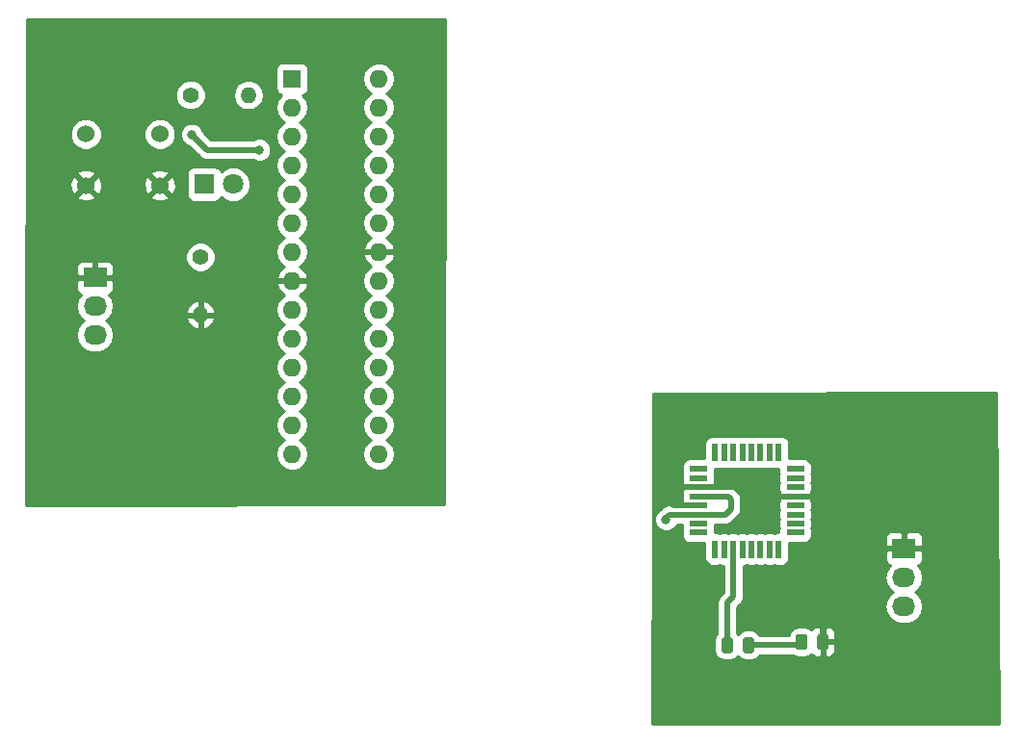
<source format=gtl>
%TF.GenerationSoftware,KiCad,Pcbnew,(5.0.0)*%
%TF.CreationDate,2018-10-04T13:43:41-06:00*%
%TF.ProjectId,contador,636F6E7461646F722E6B696361645F70,rev?*%
%TF.SameCoordinates,Original*%
%TF.FileFunction,Copper,L1,Top,Signal*%
%TF.FilePolarity,Positive*%
%FSLAX46Y46*%
G04 Gerber Fmt 4.6, Leading zero omitted, Abs format (unit mm)*
G04 Created by KiCad (PCBNEW (5.0.0)) date 10/04/18 13:43:41*
%MOMM*%
%LPD*%
G01*
G04 APERTURE LIST*
%ADD10C,0.150000*%
%ADD11C,0.975000*%
%ADD12R,1.800000X1.800000*%
%ADD13C,1.800000*%
%ADD14R,2.030000X1.730000*%
%ADD15O,2.030000X1.730000*%
%ADD16O,1.400000X1.400000*%
%ADD17C,1.400000*%
%ADD18C,1.524000*%
%ADD19R,1.600000X0.550000*%
%ADD20R,0.550000X1.600000*%
%ADD21R,1.600000X1.600000*%
%ADD22O,1.600000X1.600000*%
%ADD23C,0.800000*%
%ADD24C,0.500000*%
%ADD25C,0.254000*%
G04 APERTURE END LIST*
D10*
G36*
X171542642Y-118501174D02*
X171566303Y-118504684D01*
X171589507Y-118510496D01*
X171612029Y-118518554D01*
X171633653Y-118528782D01*
X171654170Y-118541079D01*
X171673383Y-118555329D01*
X171691107Y-118571393D01*
X171707171Y-118589117D01*
X171721421Y-118608330D01*
X171733718Y-118628847D01*
X171743946Y-118650471D01*
X171752004Y-118672993D01*
X171757816Y-118696197D01*
X171761326Y-118719858D01*
X171762500Y-118743750D01*
X171762500Y-119656250D01*
X171761326Y-119680142D01*
X171757816Y-119703803D01*
X171752004Y-119727007D01*
X171743946Y-119749529D01*
X171733718Y-119771153D01*
X171721421Y-119791670D01*
X171707171Y-119810883D01*
X171691107Y-119828607D01*
X171673383Y-119844671D01*
X171654170Y-119858921D01*
X171633653Y-119871218D01*
X171612029Y-119881446D01*
X171589507Y-119889504D01*
X171566303Y-119895316D01*
X171542642Y-119898826D01*
X171518750Y-119900000D01*
X171031250Y-119900000D01*
X171007358Y-119898826D01*
X170983697Y-119895316D01*
X170960493Y-119889504D01*
X170937971Y-119881446D01*
X170916347Y-119871218D01*
X170895830Y-119858921D01*
X170876617Y-119844671D01*
X170858893Y-119828607D01*
X170842829Y-119810883D01*
X170828579Y-119791670D01*
X170816282Y-119771153D01*
X170806054Y-119749529D01*
X170797996Y-119727007D01*
X170792184Y-119703803D01*
X170788674Y-119680142D01*
X170787500Y-119656250D01*
X170787500Y-118743750D01*
X170788674Y-118719858D01*
X170792184Y-118696197D01*
X170797996Y-118672993D01*
X170806054Y-118650471D01*
X170816282Y-118628847D01*
X170828579Y-118608330D01*
X170842829Y-118589117D01*
X170858893Y-118571393D01*
X170876617Y-118555329D01*
X170895830Y-118541079D01*
X170916347Y-118528782D01*
X170937971Y-118518554D01*
X170960493Y-118510496D01*
X170983697Y-118504684D01*
X171007358Y-118501174D01*
X171031250Y-118500000D01*
X171518750Y-118500000D01*
X171542642Y-118501174D01*
X171542642Y-118501174D01*
G37*
D11*
X171275000Y-119200000D03*
D10*
G36*
X169667642Y-118501174D02*
X169691303Y-118504684D01*
X169714507Y-118510496D01*
X169737029Y-118518554D01*
X169758653Y-118528782D01*
X169779170Y-118541079D01*
X169798383Y-118555329D01*
X169816107Y-118571393D01*
X169832171Y-118589117D01*
X169846421Y-118608330D01*
X169858718Y-118628847D01*
X169868946Y-118650471D01*
X169877004Y-118672993D01*
X169882816Y-118696197D01*
X169886326Y-118719858D01*
X169887500Y-118743750D01*
X169887500Y-119656250D01*
X169886326Y-119680142D01*
X169882816Y-119703803D01*
X169877004Y-119727007D01*
X169868946Y-119749529D01*
X169858718Y-119771153D01*
X169846421Y-119791670D01*
X169832171Y-119810883D01*
X169816107Y-119828607D01*
X169798383Y-119844671D01*
X169779170Y-119858921D01*
X169758653Y-119871218D01*
X169737029Y-119881446D01*
X169714507Y-119889504D01*
X169691303Y-119895316D01*
X169667642Y-119898826D01*
X169643750Y-119900000D01*
X169156250Y-119900000D01*
X169132358Y-119898826D01*
X169108697Y-119895316D01*
X169085493Y-119889504D01*
X169062971Y-119881446D01*
X169041347Y-119871218D01*
X169020830Y-119858921D01*
X169001617Y-119844671D01*
X168983893Y-119828607D01*
X168967829Y-119810883D01*
X168953579Y-119791670D01*
X168941282Y-119771153D01*
X168931054Y-119749529D01*
X168922996Y-119727007D01*
X168917184Y-119703803D01*
X168913674Y-119680142D01*
X168912500Y-119656250D01*
X168912500Y-118743750D01*
X168913674Y-118719858D01*
X168917184Y-118696197D01*
X168922996Y-118672993D01*
X168931054Y-118650471D01*
X168941282Y-118628847D01*
X168953579Y-118608330D01*
X168967829Y-118589117D01*
X168983893Y-118571393D01*
X169001617Y-118555329D01*
X169020830Y-118541079D01*
X169041347Y-118528782D01*
X169062971Y-118518554D01*
X169085493Y-118510496D01*
X169108697Y-118504684D01*
X169132358Y-118501174D01*
X169156250Y-118500000D01*
X169643750Y-118500000D01*
X169667642Y-118501174D01*
X169667642Y-118501174D01*
G37*
D11*
X169400000Y-119200000D03*
D12*
X116900000Y-78950000D03*
D13*
X119440000Y-78950000D03*
D14*
X107300000Y-87150000D03*
D15*
X107300000Y-89690000D03*
X107300000Y-92230000D03*
X178400000Y-116080000D03*
X178400000Y-113540000D03*
D14*
X178400000Y-111000000D03*
D10*
G36*
X165005142Y-118801174D02*
X165028803Y-118804684D01*
X165052007Y-118810496D01*
X165074529Y-118818554D01*
X165096153Y-118828782D01*
X165116670Y-118841079D01*
X165135883Y-118855329D01*
X165153607Y-118871393D01*
X165169671Y-118889117D01*
X165183921Y-118908330D01*
X165196218Y-118928847D01*
X165206446Y-118950471D01*
X165214504Y-118972993D01*
X165220316Y-118996197D01*
X165223826Y-119019858D01*
X165225000Y-119043750D01*
X165225000Y-119956250D01*
X165223826Y-119980142D01*
X165220316Y-120003803D01*
X165214504Y-120027007D01*
X165206446Y-120049529D01*
X165196218Y-120071153D01*
X165183921Y-120091670D01*
X165169671Y-120110883D01*
X165153607Y-120128607D01*
X165135883Y-120144671D01*
X165116670Y-120158921D01*
X165096153Y-120171218D01*
X165074529Y-120181446D01*
X165052007Y-120189504D01*
X165028803Y-120195316D01*
X165005142Y-120198826D01*
X164981250Y-120200000D01*
X164493750Y-120200000D01*
X164469858Y-120198826D01*
X164446197Y-120195316D01*
X164422993Y-120189504D01*
X164400471Y-120181446D01*
X164378847Y-120171218D01*
X164358330Y-120158921D01*
X164339117Y-120144671D01*
X164321393Y-120128607D01*
X164305329Y-120110883D01*
X164291079Y-120091670D01*
X164278782Y-120071153D01*
X164268554Y-120049529D01*
X164260496Y-120027007D01*
X164254684Y-120003803D01*
X164251174Y-119980142D01*
X164250000Y-119956250D01*
X164250000Y-119043750D01*
X164251174Y-119019858D01*
X164254684Y-118996197D01*
X164260496Y-118972993D01*
X164268554Y-118950471D01*
X164278782Y-118928847D01*
X164291079Y-118908330D01*
X164305329Y-118889117D01*
X164321393Y-118871393D01*
X164339117Y-118855329D01*
X164358330Y-118841079D01*
X164378847Y-118828782D01*
X164400471Y-118818554D01*
X164422993Y-118810496D01*
X164446197Y-118804684D01*
X164469858Y-118801174D01*
X164493750Y-118800000D01*
X164981250Y-118800000D01*
X165005142Y-118801174D01*
X165005142Y-118801174D01*
G37*
D11*
X164737500Y-119500000D03*
D10*
G36*
X163130142Y-118801174D02*
X163153803Y-118804684D01*
X163177007Y-118810496D01*
X163199529Y-118818554D01*
X163221153Y-118828782D01*
X163241670Y-118841079D01*
X163260883Y-118855329D01*
X163278607Y-118871393D01*
X163294671Y-118889117D01*
X163308921Y-118908330D01*
X163321218Y-118928847D01*
X163331446Y-118950471D01*
X163339504Y-118972993D01*
X163345316Y-118996197D01*
X163348826Y-119019858D01*
X163350000Y-119043750D01*
X163350000Y-119956250D01*
X163348826Y-119980142D01*
X163345316Y-120003803D01*
X163339504Y-120027007D01*
X163331446Y-120049529D01*
X163321218Y-120071153D01*
X163308921Y-120091670D01*
X163294671Y-120110883D01*
X163278607Y-120128607D01*
X163260883Y-120144671D01*
X163241670Y-120158921D01*
X163221153Y-120171218D01*
X163199529Y-120181446D01*
X163177007Y-120189504D01*
X163153803Y-120195316D01*
X163130142Y-120198826D01*
X163106250Y-120200000D01*
X162618750Y-120200000D01*
X162594858Y-120198826D01*
X162571197Y-120195316D01*
X162547993Y-120189504D01*
X162525471Y-120181446D01*
X162503847Y-120171218D01*
X162483330Y-120158921D01*
X162464117Y-120144671D01*
X162446393Y-120128607D01*
X162430329Y-120110883D01*
X162416079Y-120091670D01*
X162403782Y-120071153D01*
X162393554Y-120049529D01*
X162385496Y-120027007D01*
X162379684Y-120003803D01*
X162376174Y-119980142D01*
X162375000Y-119956250D01*
X162375000Y-119043750D01*
X162376174Y-119019858D01*
X162379684Y-118996197D01*
X162385496Y-118972993D01*
X162393554Y-118950471D01*
X162403782Y-118928847D01*
X162416079Y-118908330D01*
X162430329Y-118889117D01*
X162446393Y-118871393D01*
X162464117Y-118855329D01*
X162483330Y-118841079D01*
X162503847Y-118828782D01*
X162525471Y-118818554D01*
X162547993Y-118810496D01*
X162571197Y-118804684D01*
X162594858Y-118801174D01*
X162618750Y-118800000D01*
X163106250Y-118800000D01*
X163130142Y-118801174D01*
X163130142Y-118801174D01*
G37*
D11*
X162862500Y-119500000D03*
D16*
X116575000Y-90430000D03*
D17*
X116575000Y-85350000D03*
X115700000Y-71100000D03*
D16*
X120780000Y-71100000D03*
D18*
X113000000Y-79050000D03*
X106500000Y-79050000D03*
X106500000Y-74550000D03*
X113000000Y-74550000D03*
D19*
X160350000Y-104000000D03*
X160350000Y-104800000D03*
X160350000Y-105600000D03*
X160350000Y-106400000D03*
X160350000Y-107200000D03*
X160350000Y-108000000D03*
X160350000Y-108800000D03*
X160350000Y-109600000D03*
D20*
X161800000Y-111050000D03*
X162600000Y-111050000D03*
X163400000Y-111050000D03*
X164200000Y-111050000D03*
X165000000Y-111050000D03*
X165800000Y-111050000D03*
X166600000Y-111050000D03*
X167400000Y-111050000D03*
D19*
X168850000Y-109600000D03*
X168850000Y-108800000D03*
X168850000Y-108000000D03*
X168850000Y-107200000D03*
X168850000Y-106400000D03*
X168850000Y-105600000D03*
X168850000Y-104800000D03*
X168850000Y-104000000D03*
D20*
X167400000Y-102550000D03*
X166600000Y-102550000D03*
X165800000Y-102550000D03*
X165000000Y-102550000D03*
X164200000Y-102550000D03*
X163400000Y-102550000D03*
X162600000Y-102550000D03*
X161800000Y-102550000D03*
D21*
X124625001Y-69675001D03*
D22*
X132245001Y-102695001D03*
X124625001Y-72215001D03*
X132245001Y-100155001D03*
X124625001Y-74755001D03*
X132245001Y-97615001D03*
X124625001Y-77295001D03*
X132245001Y-95075001D03*
X124625001Y-79835001D03*
X132245001Y-92535001D03*
X124625001Y-82375001D03*
X132245001Y-89995001D03*
X124625001Y-84915001D03*
X132245001Y-87455001D03*
X124625001Y-87455001D03*
X132245001Y-84915001D03*
X124625001Y-89995001D03*
X132245001Y-82375001D03*
X124625001Y-92535001D03*
X132245001Y-79835001D03*
X124625001Y-95075001D03*
X132245001Y-77295001D03*
X124625001Y-97615001D03*
X132245001Y-74755001D03*
X124625001Y-100155001D03*
X132245001Y-72215001D03*
X124625001Y-102695001D03*
X132245001Y-69675001D03*
D23*
X172900000Y-111250000D03*
X157500000Y-108450000D03*
X121750000Y-75925000D03*
X115800000Y-74575000D03*
D24*
X172900000Y-111250000D02*
X172800000Y-111150000D01*
X172800000Y-111150000D02*
X172800000Y-107400000D01*
X171800000Y-106400000D02*
X168850000Y-106400000D01*
X172800000Y-107400000D02*
X171800000Y-106400000D01*
X168850000Y-106400000D02*
X165250000Y-106400000D01*
X164450000Y-105600000D02*
X160350000Y-105600000D01*
X165250000Y-106400000D02*
X164450000Y-105600000D01*
X160350000Y-105600000D02*
X158000000Y-105600000D01*
X158000000Y-105600000D02*
X157900000Y-105700000D01*
X157900000Y-105700000D02*
X157900000Y-107000000D01*
X158100000Y-107200000D02*
X160350000Y-107200000D01*
X157900000Y-107000000D02*
X158100000Y-107200000D01*
X171275000Y-112875000D02*
X172900000Y-111250000D01*
X171275000Y-119200000D02*
X171275000Y-112875000D01*
X169100000Y-119500000D02*
X169400000Y-119200000D01*
X164737500Y-119500000D02*
X169100000Y-119500000D01*
X157500000Y-108450000D02*
X157500000Y-108300000D01*
X157800000Y-108000000D02*
X160350000Y-108000000D01*
X157500000Y-108300000D02*
X157800000Y-108000000D01*
X160350000Y-108000000D02*
X162700000Y-108000000D01*
X162700000Y-108000000D02*
X163200000Y-107500000D01*
X163200000Y-107500000D02*
X163200000Y-106650000D01*
X162950000Y-106400000D02*
X160350000Y-106400000D01*
X163200000Y-106650000D02*
X162950000Y-106400000D01*
X162862500Y-119500000D02*
X162862500Y-115787500D01*
X163400000Y-115250000D02*
X163400000Y-111050000D01*
X162862500Y-115787500D02*
X163400000Y-115250000D01*
X121750000Y-75925000D02*
X117150000Y-75925000D01*
X117150000Y-75925000D02*
X115800000Y-74575000D01*
D25*
G36*
X186721912Y-126422791D02*
X156277434Y-126373207D01*
X156339413Y-108244126D01*
X156465000Y-108244126D01*
X156465000Y-108655874D01*
X156622569Y-109036280D01*
X156913720Y-109327431D01*
X157294126Y-109485000D01*
X157705874Y-109485000D01*
X158086280Y-109327431D01*
X158377431Y-109036280D01*
X158440093Y-108885000D01*
X158902560Y-108885000D01*
X158902560Y-109075000D01*
X158927424Y-109200000D01*
X158902560Y-109325000D01*
X158902560Y-109875000D01*
X158951843Y-110122765D01*
X159092191Y-110332809D01*
X159302235Y-110473157D01*
X159550000Y-110522440D01*
X160877560Y-110522440D01*
X160877560Y-111850000D01*
X160926843Y-112097765D01*
X161067191Y-112307809D01*
X161277235Y-112448157D01*
X161525000Y-112497440D01*
X162075000Y-112497440D01*
X162200000Y-112472576D01*
X162325000Y-112497440D01*
X162515001Y-112497440D01*
X162515000Y-114883422D01*
X162298345Y-115100077D01*
X162224452Y-115149451D01*
X162175078Y-115223344D01*
X162175076Y-115223346D01*
X162028848Y-115442191D01*
X161960163Y-115787500D01*
X161977501Y-115874665D01*
X161977500Y-118430172D01*
X161795398Y-118702706D01*
X161727560Y-119043750D01*
X161727560Y-119956250D01*
X161795398Y-120297294D01*
X161988584Y-120586416D01*
X162277706Y-120779602D01*
X162618750Y-120847440D01*
X163106250Y-120847440D01*
X163447294Y-120779602D01*
X163736416Y-120586416D01*
X163800000Y-120491256D01*
X163863584Y-120586416D01*
X164152706Y-120779602D01*
X164493750Y-120847440D01*
X164981250Y-120847440D01*
X165322294Y-120779602D01*
X165611416Y-120586416D01*
X165745998Y-120385000D01*
X168673625Y-120385000D01*
X168815206Y-120479602D01*
X169156250Y-120547440D01*
X169643750Y-120547440D01*
X169984794Y-120479602D01*
X170273916Y-120286416D01*
X170274707Y-120285233D01*
X170427802Y-120438327D01*
X170661191Y-120535000D01*
X170989250Y-120535000D01*
X171148000Y-120376250D01*
X171148000Y-119327000D01*
X171402000Y-119327000D01*
X171402000Y-120376250D01*
X171560750Y-120535000D01*
X171888809Y-120535000D01*
X172122198Y-120438327D01*
X172300827Y-120259699D01*
X172397500Y-120026310D01*
X172397500Y-119485750D01*
X172238750Y-119327000D01*
X171402000Y-119327000D01*
X171148000Y-119327000D01*
X171128000Y-119327000D01*
X171128000Y-119073000D01*
X171148000Y-119073000D01*
X171148000Y-118023750D01*
X171402000Y-118023750D01*
X171402000Y-119073000D01*
X172238750Y-119073000D01*
X172397500Y-118914250D01*
X172397500Y-118373690D01*
X172300827Y-118140301D01*
X172122198Y-117961673D01*
X171888809Y-117865000D01*
X171560750Y-117865000D01*
X171402000Y-118023750D01*
X171148000Y-118023750D01*
X170989250Y-117865000D01*
X170661191Y-117865000D01*
X170427802Y-117961673D01*
X170274707Y-118114767D01*
X170273916Y-118113584D01*
X169984794Y-117920398D01*
X169643750Y-117852560D01*
X169156250Y-117852560D01*
X168815206Y-117920398D01*
X168526084Y-118113584D01*
X168332898Y-118402706D01*
X168290670Y-118615000D01*
X165745998Y-118615000D01*
X165611416Y-118413584D01*
X165322294Y-118220398D01*
X164981250Y-118152560D01*
X164493750Y-118152560D01*
X164152706Y-118220398D01*
X163863584Y-118413584D01*
X163800000Y-118508744D01*
X163747500Y-118430172D01*
X163747500Y-116154078D01*
X163964154Y-115937424D01*
X164038049Y-115888049D01*
X164233652Y-115595310D01*
X164285000Y-115337165D01*
X164285000Y-115337161D01*
X164302337Y-115250000D01*
X164285000Y-115162839D01*
X164285000Y-113540000D01*
X176720614Y-113540000D01*
X176837032Y-114125271D01*
X177168561Y-114621439D01*
X177450762Y-114810000D01*
X177168561Y-114998561D01*
X176837032Y-115494729D01*
X176720614Y-116080000D01*
X176837032Y-116665271D01*
X177168561Y-117161439D01*
X177664729Y-117492968D01*
X178102267Y-117580000D01*
X178697733Y-117580000D01*
X179135271Y-117492968D01*
X179631439Y-117161439D01*
X179962968Y-116665271D01*
X180079386Y-116080000D01*
X179962968Y-115494729D01*
X179631439Y-114998561D01*
X179349238Y-114810000D01*
X179631439Y-114621439D01*
X179962968Y-114125271D01*
X180079386Y-113540000D01*
X179962968Y-112954729D01*
X179633588Y-112461777D01*
X179774698Y-112403327D01*
X179953327Y-112224699D01*
X180050000Y-111991310D01*
X180050000Y-111285750D01*
X179891250Y-111127000D01*
X178527000Y-111127000D01*
X178527000Y-111147000D01*
X178273000Y-111147000D01*
X178273000Y-111127000D01*
X176908750Y-111127000D01*
X176750000Y-111285750D01*
X176750000Y-111991310D01*
X176846673Y-112224699D01*
X177025302Y-112403327D01*
X177166412Y-112461777D01*
X176837032Y-112954729D01*
X176720614Y-113540000D01*
X164285000Y-113540000D01*
X164285000Y-112497440D01*
X164475000Y-112497440D01*
X164600000Y-112472576D01*
X164725000Y-112497440D01*
X165275000Y-112497440D01*
X165400000Y-112472576D01*
X165525000Y-112497440D01*
X166075000Y-112497440D01*
X166200000Y-112472576D01*
X166325000Y-112497440D01*
X166875000Y-112497440D01*
X167000000Y-112472576D01*
X167125000Y-112497440D01*
X167675000Y-112497440D01*
X167922765Y-112448157D01*
X168132809Y-112307809D01*
X168273157Y-112097765D01*
X168322440Y-111850000D01*
X168322440Y-110522440D01*
X169650000Y-110522440D01*
X169897765Y-110473157D01*
X170107809Y-110332809D01*
X170248157Y-110122765D01*
X170270847Y-110008690D01*
X176750000Y-110008690D01*
X176750000Y-110714250D01*
X176908750Y-110873000D01*
X178273000Y-110873000D01*
X178273000Y-109658750D01*
X178527000Y-109658750D01*
X178527000Y-110873000D01*
X179891250Y-110873000D01*
X180050000Y-110714250D01*
X180050000Y-110008690D01*
X179953327Y-109775301D01*
X179774698Y-109596673D01*
X179541309Y-109500000D01*
X178685750Y-109500000D01*
X178527000Y-109658750D01*
X178273000Y-109658750D01*
X178114250Y-109500000D01*
X177258691Y-109500000D01*
X177025302Y-109596673D01*
X176846673Y-109775301D01*
X176750000Y-110008690D01*
X170270847Y-110008690D01*
X170297440Y-109875000D01*
X170297440Y-109325000D01*
X170272576Y-109200000D01*
X170297440Y-109075000D01*
X170297440Y-108525000D01*
X170272576Y-108400000D01*
X170297440Y-108275000D01*
X170297440Y-107725000D01*
X170272576Y-107600000D01*
X170297440Y-107475000D01*
X170297440Y-106925000D01*
X170276783Y-106821148D01*
X170285000Y-106801310D01*
X170285000Y-106685750D01*
X170191112Y-106591862D01*
X170107809Y-106467191D01*
X170007251Y-106400000D01*
X170107809Y-106332809D01*
X170191112Y-106208138D01*
X170285000Y-106114250D01*
X170285000Y-105998690D01*
X170276783Y-105978852D01*
X170297440Y-105875000D01*
X170297440Y-105325000D01*
X170272576Y-105200000D01*
X170297440Y-105075000D01*
X170297440Y-104525000D01*
X170272576Y-104400000D01*
X170297440Y-104275000D01*
X170297440Y-103725000D01*
X170248157Y-103477235D01*
X170107809Y-103267191D01*
X169897765Y-103126843D01*
X169650000Y-103077560D01*
X168322440Y-103077560D01*
X168322440Y-101750000D01*
X168273157Y-101502235D01*
X168132809Y-101292191D01*
X167922765Y-101151843D01*
X167675000Y-101102560D01*
X167125000Y-101102560D01*
X167000000Y-101127424D01*
X166875000Y-101102560D01*
X166325000Y-101102560D01*
X166200000Y-101127424D01*
X166075000Y-101102560D01*
X165525000Y-101102560D01*
X165400000Y-101127424D01*
X165275000Y-101102560D01*
X164725000Y-101102560D01*
X164600000Y-101127424D01*
X164475000Y-101102560D01*
X163925000Y-101102560D01*
X163800000Y-101127424D01*
X163675000Y-101102560D01*
X163125000Y-101102560D01*
X163000000Y-101127424D01*
X162875000Y-101102560D01*
X162325000Y-101102560D01*
X162200000Y-101127424D01*
X162075000Y-101102560D01*
X161525000Y-101102560D01*
X161277235Y-101151843D01*
X161067191Y-101292191D01*
X160926843Y-101502235D01*
X160877560Y-101750000D01*
X160877560Y-103077560D01*
X159550000Y-103077560D01*
X159302235Y-103126843D01*
X159092191Y-103267191D01*
X158951843Y-103477235D01*
X158902560Y-103725000D01*
X158902560Y-104275000D01*
X158927424Y-104400000D01*
X158902560Y-104525000D01*
X158902560Y-105075000D01*
X158923217Y-105178852D01*
X158915000Y-105198690D01*
X158915000Y-105314250D01*
X159008888Y-105408138D01*
X159092191Y-105532809D01*
X159192749Y-105600000D01*
X159092191Y-105667191D01*
X159008888Y-105791862D01*
X158915000Y-105885750D01*
X158915000Y-106001310D01*
X158923217Y-106021148D01*
X158902560Y-106125000D01*
X158902560Y-106675000D01*
X158923217Y-106778852D01*
X158915000Y-106798690D01*
X158915000Y-106914250D01*
X159008888Y-107008138D01*
X159052226Y-107072998D01*
X158915000Y-107072998D01*
X158915000Y-107115000D01*
X157887159Y-107115000D01*
X157799999Y-107097663D01*
X157712840Y-107115000D01*
X157712835Y-107115000D01*
X157454690Y-107166348D01*
X157161951Y-107361951D01*
X157112576Y-107435846D01*
X157019788Y-107528634D01*
X156913720Y-107572569D01*
X156622569Y-107863720D01*
X156465000Y-108244126D01*
X156339413Y-108244126D01*
X156376567Y-97376792D01*
X186474079Y-97327208D01*
X186721912Y-126422791D01*
X186721912Y-126422791D01*
G37*
X186721912Y-126422791D02*
X156277434Y-126373207D01*
X156339413Y-108244126D01*
X156465000Y-108244126D01*
X156465000Y-108655874D01*
X156622569Y-109036280D01*
X156913720Y-109327431D01*
X157294126Y-109485000D01*
X157705874Y-109485000D01*
X158086280Y-109327431D01*
X158377431Y-109036280D01*
X158440093Y-108885000D01*
X158902560Y-108885000D01*
X158902560Y-109075000D01*
X158927424Y-109200000D01*
X158902560Y-109325000D01*
X158902560Y-109875000D01*
X158951843Y-110122765D01*
X159092191Y-110332809D01*
X159302235Y-110473157D01*
X159550000Y-110522440D01*
X160877560Y-110522440D01*
X160877560Y-111850000D01*
X160926843Y-112097765D01*
X161067191Y-112307809D01*
X161277235Y-112448157D01*
X161525000Y-112497440D01*
X162075000Y-112497440D01*
X162200000Y-112472576D01*
X162325000Y-112497440D01*
X162515001Y-112497440D01*
X162515000Y-114883422D01*
X162298345Y-115100077D01*
X162224452Y-115149451D01*
X162175078Y-115223344D01*
X162175076Y-115223346D01*
X162028848Y-115442191D01*
X161960163Y-115787500D01*
X161977501Y-115874665D01*
X161977500Y-118430172D01*
X161795398Y-118702706D01*
X161727560Y-119043750D01*
X161727560Y-119956250D01*
X161795398Y-120297294D01*
X161988584Y-120586416D01*
X162277706Y-120779602D01*
X162618750Y-120847440D01*
X163106250Y-120847440D01*
X163447294Y-120779602D01*
X163736416Y-120586416D01*
X163800000Y-120491256D01*
X163863584Y-120586416D01*
X164152706Y-120779602D01*
X164493750Y-120847440D01*
X164981250Y-120847440D01*
X165322294Y-120779602D01*
X165611416Y-120586416D01*
X165745998Y-120385000D01*
X168673625Y-120385000D01*
X168815206Y-120479602D01*
X169156250Y-120547440D01*
X169643750Y-120547440D01*
X169984794Y-120479602D01*
X170273916Y-120286416D01*
X170274707Y-120285233D01*
X170427802Y-120438327D01*
X170661191Y-120535000D01*
X170989250Y-120535000D01*
X171148000Y-120376250D01*
X171148000Y-119327000D01*
X171402000Y-119327000D01*
X171402000Y-120376250D01*
X171560750Y-120535000D01*
X171888809Y-120535000D01*
X172122198Y-120438327D01*
X172300827Y-120259699D01*
X172397500Y-120026310D01*
X172397500Y-119485750D01*
X172238750Y-119327000D01*
X171402000Y-119327000D01*
X171148000Y-119327000D01*
X171128000Y-119327000D01*
X171128000Y-119073000D01*
X171148000Y-119073000D01*
X171148000Y-118023750D01*
X171402000Y-118023750D01*
X171402000Y-119073000D01*
X172238750Y-119073000D01*
X172397500Y-118914250D01*
X172397500Y-118373690D01*
X172300827Y-118140301D01*
X172122198Y-117961673D01*
X171888809Y-117865000D01*
X171560750Y-117865000D01*
X171402000Y-118023750D01*
X171148000Y-118023750D01*
X170989250Y-117865000D01*
X170661191Y-117865000D01*
X170427802Y-117961673D01*
X170274707Y-118114767D01*
X170273916Y-118113584D01*
X169984794Y-117920398D01*
X169643750Y-117852560D01*
X169156250Y-117852560D01*
X168815206Y-117920398D01*
X168526084Y-118113584D01*
X168332898Y-118402706D01*
X168290670Y-118615000D01*
X165745998Y-118615000D01*
X165611416Y-118413584D01*
X165322294Y-118220398D01*
X164981250Y-118152560D01*
X164493750Y-118152560D01*
X164152706Y-118220398D01*
X163863584Y-118413584D01*
X163800000Y-118508744D01*
X163747500Y-118430172D01*
X163747500Y-116154078D01*
X163964154Y-115937424D01*
X164038049Y-115888049D01*
X164233652Y-115595310D01*
X164285000Y-115337165D01*
X164285000Y-115337161D01*
X164302337Y-115250000D01*
X164285000Y-115162839D01*
X164285000Y-113540000D01*
X176720614Y-113540000D01*
X176837032Y-114125271D01*
X177168561Y-114621439D01*
X177450762Y-114810000D01*
X177168561Y-114998561D01*
X176837032Y-115494729D01*
X176720614Y-116080000D01*
X176837032Y-116665271D01*
X177168561Y-117161439D01*
X177664729Y-117492968D01*
X178102267Y-117580000D01*
X178697733Y-117580000D01*
X179135271Y-117492968D01*
X179631439Y-117161439D01*
X179962968Y-116665271D01*
X180079386Y-116080000D01*
X179962968Y-115494729D01*
X179631439Y-114998561D01*
X179349238Y-114810000D01*
X179631439Y-114621439D01*
X179962968Y-114125271D01*
X180079386Y-113540000D01*
X179962968Y-112954729D01*
X179633588Y-112461777D01*
X179774698Y-112403327D01*
X179953327Y-112224699D01*
X180050000Y-111991310D01*
X180050000Y-111285750D01*
X179891250Y-111127000D01*
X178527000Y-111127000D01*
X178527000Y-111147000D01*
X178273000Y-111147000D01*
X178273000Y-111127000D01*
X176908750Y-111127000D01*
X176750000Y-111285750D01*
X176750000Y-111991310D01*
X176846673Y-112224699D01*
X177025302Y-112403327D01*
X177166412Y-112461777D01*
X176837032Y-112954729D01*
X176720614Y-113540000D01*
X164285000Y-113540000D01*
X164285000Y-112497440D01*
X164475000Y-112497440D01*
X164600000Y-112472576D01*
X164725000Y-112497440D01*
X165275000Y-112497440D01*
X165400000Y-112472576D01*
X165525000Y-112497440D01*
X166075000Y-112497440D01*
X166200000Y-112472576D01*
X166325000Y-112497440D01*
X166875000Y-112497440D01*
X167000000Y-112472576D01*
X167125000Y-112497440D01*
X167675000Y-112497440D01*
X167922765Y-112448157D01*
X168132809Y-112307809D01*
X168273157Y-112097765D01*
X168322440Y-111850000D01*
X168322440Y-110522440D01*
X169650000Y-110522440D01*
X169897765Y-110473157D01*
X170107809Y-110332809D01*
X170248157Y-110122765D01*
X170270847Y-110008690D01*
X176750000Y-110008690D01*
X176750000Y-110714250D01*
X176908750Y-110873000D01*
X178273000Y-110873000D01*
X178273000Y-109658750D01*
X178527000Y-109658750D01*
X178527000Y-110873000D01*
X179891250Y-110873000D01*
X180050000Y-110714250D01*
X180050000Y-110008690D01*
X179953327Y-109775301D01*
X179774698Y-109596673D01*
X179541309Y-109500000D01*
X178685750Y-109500000D01*
X178527000Y-109658750D01*
X178273000Y-109658750D01*
X178114250Y-109500000D01*
X177258691Y-109500000D01*
X177025302Y-109596673D01*
X176846673Y-109775301D01*
X176750000Y-110008690D01*
X170270847Y-110008690D01*
X170297440Y-109875000D01*
X170297440Y-109325000D01*
X170272576Y-109200000D01*
X170297440Y-109075000D01*
X170297440Y-108525000D01*
X170272576Y-108400000D01*
X170297440Y-108275000D01*
X170297440Y-107725000D01*
X170272576Y-107600000D01*
X170297440Y-107475000D01*
X170297440Y-106925000D01*
X170276783Y-106821148D01*
X170285000Y-106801310D01*
X170285000Y-106685750D01*
X170191112Y-106591862D01*
X170107809Y-106467191D01*
X170007251Y-106400000D01*
X170107809Y-106332809D01*
X170191112Y-106208138D01*
X170285000Y-106114250D01*
X170285000Y-105998690D01*
X170276783Y-105978852D01*
X170297440Y-105875000D01*
X170297440Y-105325000D01*
X170272576Y-105200000D01*
X170297440Y-105075000D01*
X170297440Y-104525000D01*
X170272576Y-104400000D01*
X170297440Y-104275000D01*
X170297440Y-103725000D01*
X170248157Y-103477235D01*
X170107809Y-103267191D01*
X169897765Y-103126843D01*
X169650000Y-103077560D01*
X168322440Y-103077560D01*
X168322440Y-101750000D01*
X168273157Y-101502235D01*
X168132809Y-101292191D01*
X167922765Y-101151843D01*
X167675000Y-101102560D01*
X167125000Y-101102560D01*
X167000000Y-101127424D01*
X166875000Y-101102560D01*
X166325000Y-101102560D01*
X166200000Y-101127424D01*
X166075000Y-101102560D01*
X165525000Y-101102560D01*
X165400000Y-101127424D01*
X165275000Y-101102560D01*
X164725000Y-101102560D01*
X164600000Y-101127424D01*
X164475000Y-101102560D01*
X163925000Y-101102560D01*
X163800000Y-101127424D01*
X163675000Y-101102560D01*
X163125000Y-101102560D01*
X163000000Y-101127424D01*
X162875000Y-101102560D01*
X162325000Y-101102560D01*
X162200000Y-101127424D01*
X162075000Y-101102560D01*
X161525000Y-101102560D01*
X161277235Y-101151843D01*
X161067191Y-101292191D01*
X160926843Y-101502235D01*
X160877560Y-101750000D01*
X160877560Y-103077560D01*
X159550000Y-103077560D01*
X159302235Y-103126843D01*
X159092191Y-103267191D01*
X158951843Y-103477235D01*
X158902560Y-103725000D01*
X158902560Y-104275000D01*
X158927424Y-104400000D01*
X158902560Y-104525000D01*
X158902560Y-105075000D01*
X158923217Y-105178852D01*
X158915000Y-105198690D01*
X158915000Y-105314250D01*
X159008888Y-105408138D01*
X159092191Y-105532809D01*
X159192749Y-105600000D01*
X159092191Y-105667191D01*
X159008888Y-105791862D01*
X158915000Y-105885750D01*
X158915000Y-106001310D01*
X158923217Y-106021148D01*
X158902560Y-106125000D01*
X158902560Y-106675000D01*
X158923217Y-106778852D01*
X158915000Y-106798690D01*
X158915000Y-106914250D01*
X159008888Y-107008138D01*
X159052226Y-107072998D01*
X158915000Y-107072998D01*
X158915000Y-107115000D01*
X157887159Y-107115000D01*
X157799999Y-107097663D01*
X157712840Y-107115000D01*
X157712835Y-107115000D01*
X157454690Y-107166348D01*
X157161951Y-107361951D01*
X157112576Y-107435846D01*
X157019788Y-107528634D01*
X156913720Y-107572569D01*
X156622569Y-107863720D01*
X156465000Y-108244126D01*
X156339413Y-108244126D01*
X156376567Y-97376792D01*
X186474079Y-97327208D01*
X186721912Y-126422791D01*
G36*
X167125000Y-103997440D02*
X167402560Y-103997440D01*
X167402560Y-104275000D01*
X167427424Y-104400000D01*
X167402560Y-104525000D01*
X167402560Y-105075000D01*
X167427424Y-105200000D01*
X167402560Y-105325000D01*
X167402560Y-105875000D01*
X167423217Y-105978852D01*
X167415000Y-105998690D01*
X167415000Y-106114250D01*
X167508888Y-106208138D01*
X167592191Y-106332809D01*
X167692749Y-106400000D01*
X167592191Y-106467191D01*
X167508888Y-106591862D01*
X167415000Y-106685750D01*
X167415000Y-106801310D01*
X167423217Y-106821148D01*
X167402560Y-106925000D01*
X167402560Y-107475000D01*
X167427424Y-107600000D01*
X167402560Y-107725000D01*
X167402560Y-108275000D01*
X167427424Y-108400000D01*
X167402560Y-108525000D01*
X167402560Y-109075000D01*
X167427424Y-109200000D01*
X167402560Y-109325000D01*
X167402560Y-109602560D01*
X167125000Y-109602560D01*
X167000000Y-109627424D01*
X166875000Y-109602560D01*
X166325000Y-109602560D01*
X166200000Y-109627424D01*
X166075000Y-109602560D01*
X165525000Y-109602560D01*
X165400000Y-109627424D01*
X165275000Y-109602560D01*
X164725000Y-109602560D01*
X164600000Y-109627424D01*
X164475000Y-109602560D01*
X163925000Y-109602560D01*
X163800000Y-109627424D01*
X163675000Y-109602560D01*
X163125000Y-109602560D01*
X163000000Y-109627424D01*
X162875000Y-109602560D01*
X162325000Y-109602560D01*
X162200000Y-109627424D01*
X162075000Y-109602560D01*
X161797440Y-109602560D01*
X161797440Y-109325000D01*
X161772576Y-109200000D01*
X161797440Y-109075000D01*
X161797440Y-108885000D01*
X162612839Y-108885000D01*
X162700000Y-108902337D01*
X162787161Y-108885000D01*
X162787165Y-108885000D01*
X163045310Y-108833652D01*
X163338049Y-108638049D01*
X163387425Y-108564153D01*
X163764154Y-108187424D01*
X163838049Y-108138049D01*
X164033652Y-107845310D01*
X164085000Y-107587165D01*
X164085000Y-107587161D01*
X164102337Y-107500000D01*
X164085000Y-107412839D01*
X164085000Y-106737159D01*
X164102337Y-106649999D01*
X164085000Y-106562840D01*
X164085000Y-106562835D01*
X164033652Y-106304690D01*
X163838049Y-106011951D01*
X163764153Y-105962575D01*
X163637425Y-105835847D01*
X163588049Y-105761951D01*
X163295310Y-105566348D01*
X163037165Y-105515000D01*
X163037161Y-105515000D01*
X162950000Y-105497663D01*
X162862839Y-105515000D01*
X161785000Y-105515000D01*
X161785000Y-105472998D01*
X161647774Y-105472998D01*
X161691112Y-105408138D01*
X161785000Y-105314250D01*
X161785000Y-105198690D01*
X161776783Y-105178852D01*
X161797440Y-105075000D01*
X161797440Y-104525000D01*
X161772576Y-104400000D01*
X161797440Y-104275000D01*
X161797440Y-103997440D01*
X162075000Y-103997440D01*
X162200000Y-103972576D01*
X162325000Y-103997440D01*
X162875000Y-103997440D01*
X163000000Y-103972576D01*
X163125000Y-103997440D01*
X163675000Y-103997440D01*
X163800000Y-103972576D01*
X163925000Y-103997440D01*
X164475000Y-103997440D01*
X164600000Y-103972576D01*
X164725000Y-103997440D01*
X165275000Y-103997440D01*
X165400000Y-103972576D01*
X165525000Y-103997440D01*
X166075000Y-103997440D01*
X166200000Y-103972576D01*
X166325000Y-103997440D01*
X166875000Y-103997440D01*
X167000000Y-103972576D01*
X167125000Y-103997440D01*
X167125000Y-103997440D01*
G37*
X167125000Y-103997440D02*
X167402560Y-103997440D01*
X167402560Y-104275000D01*
X167427424Y-104400000D01*
X167402560Y-104525000D01*
X167402560Y-105075000D01*
X167427424Y-105200000D01*
X167402560Y-105325000D01*
X167402560Y-105875000D01*
X167423217Y-105978852D01*
X167415000Y-105998690D01*
X167415000Y-106114250D01*
X167508888Y-106208138D01*
X167592191Y-106332809D01*
X167692749Y-106400000D01*
X167592191Y-106467191D01*
X167508888Y-106591862D01*
X167415000Y-106685750D01*
X167415000Y-106801310D01*
X167423217Y-106821148D01*
X167402560Y-106925000D01*
X167402560Y-107475000D01*
X167427424Y-107600000D01*
X167402560Y-107725000D01*
X167402560Y-108275000D01*
X167427424Y-108400000D01*
X167402560Y-108525000D01*
X167402560Y-109075000D01*
X167427424Y-109200000D01*
X167402560Y-109325000D01*
X167402560Y-109602560D01*
X167125000Y-109602560D01*
X167000000Y-109627424D01*
X166875000Y-109602560D01*
X166325000Y-109602560D01*
X166200000Y-109627424D01*
X166075000Y-109602560D01*
X165525000Y-109602560D01*
X165400000Y-109627424D01*
X165275000Y-109602560D01*
X164725000Y-109602560D01*
X164600000Y-109627424D01*
X164475000Y-109602560D01*
X163925000Y-109602560D01*
X163800000Y-109627424D01*
X163675000Y-109602560D01*
X163125000Y-109602560D01*
X163000000Y-109627424D01*
X162875000Y-109602560D01*
X162325000Y-109602560D01*
X162200000Y-109627424D01*
X162075000Y-109602560D01*
X161797440Y-109602560D01*
X161797440Y-109325000D01*
X161772576Y-109200000D01*
X161797440Y-109075000D01*
X161797440Y-108885000D01*
X162612839Y-108885000D01*
X162700000Y-108902337D01*
X162787161Y-108885000D01*
X162787165Y-108885000D01*
X163045310Y-108833652D01*
X163338049Y-108638049D01*
X163387425Y-108564153D01*
X163764154Y-108187424D01*
X163838049Y-108138049D01*
X164033652Y-107845310D01*
X164085000Y-107587165D01*
X164085000Y-107587161D01*
X164102337Y-107500000D01*
X164085000Y-107412839D01*
X164085000Y-106737159D01*
X164102337Y-106649999D01*
X164085000Y-106562840D01*
X164085000Y-106562835D01*
X164033652Y-106304690D01*
X163838049Y-106011951D01*
X163764153Y-105962575D01*
X163637425Y-105835847D01*
X163588049Y-105761951D01*
X163295310Y-105566348D01*
X163037165Y-105515000D01*
X163037161Y-105515000D01*
X162950000Y-105497663D01*
X162862839Y-105515000D01*
X161785000Y-105515000D01*
X161785000Y-105472998D01*
X161647774Y-105472998D01*
X161691112Y-105408138D01*
X161785000Y-105314250D01*
X161785000Y-105198690D01*
X161776783Y-105178852D01*
X161797440Y-105075000D01*
X161797440Y-104525000D01*
X161772576Y-104400000D01*
X161797440Y-104275000D01*
X161797440Y-103997440D01*
X162075000Y-103997440D01*
X162200000Y-103972576D01*
X162325000Y-103997440D01*
X162875000Y-103997440D01*
X163000000Y-103972576D01*
X163125000Y-103997440D01*
X163675000Y-103997440D01*
X163800000Y-103972576D01*
X163925000Y-103997440D01*
X164475000Y-103997440D01*
X164600000Y-103972576D01*
X164725000Y-103997440D01*
X165275000Y-103997440D01*
X165400000Y-103972576D01*
X165525000Y-103997440D01*
X166075000Y-103997440D01*
X166200000Y-103972576D01*
X166325000Y-103997440D01*
X166875000Y-103997440D01*
X167000000Y-103972576D01*
X167125000Y-103997440D01*
G36*
X137973294Y-107148171D02*
X101227297Y-107197828D01*
X101268036Y-89690000D01*
X105620614Y-89690000D01*
X105737032Y-90275271D01*
X106068561Y-90771439D01*
X106350762Y-90960000D01*
X106068561Y-91148561D01*
X105737032Y-91644729D01*
X105620614Y-92230000D01*
X105737032Y-92815271D01*
X106068561Y-93311439D01*
X106564729Y-93642968D01*
X107002267Y-93730000D01*
X107597733Y-93730000D01*
X108035271Y-93642968D01*
X108531439Y-93311439D01*
X108862968Y-92815271D01*
X108979386Y-92230000D01*
X108862968Y-91644729D01*
X108531439Y-91148561D01*
X108249238Y-90960000D01*
X108531439Y-90771439D01*
X108536856Y-90763331D01*
X115282273Y-90763331D01*
X115508236Y-91232663D01*
X115896604Y-91579797D01*
X116241671Y-91722716D01*
X116448000Y-91599374D01*
X116448000Y-90557000D01*
X116702000Y-90557000D01*
X116702000Y-91599374D01*
X116908329Y-91722716D01*
X117253396Y-91579797D01*
X117641764Y-91232663D01*
X117867727Y-90763331D01*
X117745206Y-90557000D01*
X116702000Y-90557000D01*
X116448000Y-90557000D01*
X115404794Y-90557000D01*
X115282273Y-90763331D01*
X108536856Y-90763331D01*
X108862968Y-90275271D01*
X108898494Y-90096669D01*
X115282273Y-90096669D01*
X115404794Y-90303000D01*
X116448000Y-90303000D01*
X116448000Y-89260626D01*
X116702000Y-89260626D01*
X116702000Y-90303000D01*
X117745206Y-90303000D01*
X117867727Y-90096669D01*
X117818779Y-89995001D01*
X123161888Y-89995001D01*
X123273261Y-90554910D01*
X123590424Y-91029578D01*
X123942759Y-91265001D01*
X123590424Y-91500424D01*
X123273261Y-91975092D01*
X123161888Y-92535001D01*
X123273261Y-93094910D01*
X123590424Y-93569578D01*
X123942759Y-93805001D01*
X123590424Y-94040424D01*
X123273261Y-94515092D01*
X123161888Y-95075001D01*
X123273261Y-95634910D01*
X123590424Y-96109578D01*
X123942759Y-96345001D01*
X123590424Y-96580424D01*
X123273261Y-97055092D01*
X123161888Y-97615001D01*
X123273261Y-98174910D01*
X123590424Y-98649578D01*
X123942759Y-98885001D01*
X123590424Y-99120424D01*
X123273261Y-99595092D01*
X123161888Y-100155001D01*
X123273261Y-100714910D01*
X123590424Y-101189578D01*
X123942759Y-101425001D01*
X123590424Y-101660424D01*
X123273261Y-102135092D01*
X123161888Y-102695001D01*
X123273261Y-103254910D01*
X123590424Y-103729578D01*
X124065092Y-104046741D01*
X124483668Y-104130001D01*
X124766334Y-104130001D01*
X125184910Y-104046741D01*
X125659578Y-103729578D01*
X125976741Y-103254910D01*
X126088114Y-102695001D01*
X125976741Y-102135092D01*
X125659578Y-101660424D01*
X125307243Y-101425001D01*
X125659578Y-101189578D01*
X125976741Y-100714910D01*
X126088114Y-100155001D01*
X125976741Y-99595092D01*
X125659578Y-99120424D01*
X125307243Y-98885001D01*
X125659578Y-98649578D01*
X125976741Y-98174910D01*
X126088114Y-97615001D01*
X125976741Y-97055092D01*
X125659578Y-96580424D01*
X125307243Y-96345001D01*
X125659578Y-96109578D01*
X125976741Y-95634910D01*
X126088114Y-95075001D01*
X125976741Y-94515092D01*
X125659578Y-94040424D01*
X125307243Y-93805001D01*
X125659578Y-93569578D01*
X125976741Y-93094910D01*
X126088114Y-92535001D01*
X125976741Y-91975092D01*
X125659578Y-91500424D01*
X125307243Y-91265001D01*
X125659578Y-91029578D01*
X125976741Y-90554910D01*
X126088114Y-89995001D01*
X125976741Y-89435092D01*
X125659578Y-88960424D01*
X125275893Y-88704054D01*
X125480135Y-88607390D01*
X125856042Y-88192424D01*
X126016905Y-87804040D01*
X125894916Y-87582001D01*
X124752001Y-87582001D01*
X124752001Y-87602001D01*
X124498001Y-87602001D01*
X124498001Y-87582001D01*
X123355086Y-87582001D01*
X123233097Y-87804040D01*
X123393960Y-88192424D01*
X123769867Y-88607390D01*
X123974109Y-88704054D01*
X123590424Y-88960424D01*
X123273261Y-89435092D01*
X123161888Y-89995001D01*
X117818779Y-89995001D01*
X117641764Y-89627337D01*
X117253396Y-89280203D01*
X116908329Y-89137284D01*
X116702000Y-89260626D01*
X116448000Y-89260626D01*
X116241671Y-89137284D01*
X115896604Y-89280203D01*
X115508236Y-89627337D01*
X115282273Y-90096669D01*
X108898494Y-90096669D01*
X108979386Y-89690000D01*
X108862968Y-89104729D01*
X108533588Y-88611777D01*
X108674698Y-88553327D01*
X108853327Y-88374699D01*
X108950000Y-88141310D01*
X108950000Y-87455001D01*
X130781888Y-87455001D01*
X130893261Y-88014910D01*
X131210424Y-88489578D01*
X131562759Y-88725001D01*
X131210424Y-88960424D01*
X130893261Y-89435092D01*
X130781888Y-89995001D01*
X130893261Y-90554910D01*
X131210424Y-91029578D01*
X131562759Y-91265001D01*
X131210424Y-91500424D01*
X130893261Y-91975092D01*
X130781888Y-92535001D01*
X130893261Y-93094910D01*
X131210424Y-93569578D01*
X131562759Y-93805001D01*
X131210424Y-94040424D01*
X130893261Y-94515092D01*
X130781888Y-95075001D01*
X130893261Y-95634910D01*
X131210424Y-96109578D01*
X131562759Y-96345001D01*
X131210424Y-96580424D01*
X130893261Y-97055092D01*
X130781888Y-97615001D01*
X130893261Y-98174910D01*
X131210424Y-98649578D01*
X131562759Y-98885001D01*
X131210424Y-99120424D01*
X130893261Y-99595092D01*
X130781888Y-100155001D01*
X130893261Y-100714910D01*
X131210424Y-101189578D01*
X131562759Y-101425001D01*
X131210424Y-101660424D01*
X130893261Y-102135092D01*
X130781888Y-102695001D01*
X130893261Y-103254910D01*
X131210424Y-103729578D01*
X131685092Y-104046741D01*
X132103668Y-104130001D01*
X132386334Y-104130001D01*
X132804910Y-104046741D01*
X133279578Y-103729578D01*
X133596741Y-103254910D01*
X133708114Y-102695001D01*
X133596741Y-102135092D01*
X133279578Y-101660424D01*
X132927243Y-101425001D01*
X133279578Y-101189578D01*
X133596741Y-100714910D01*
X133708114Y-100155001D01*
X133596741Y-99595092D01*
X133279578Y-99120424D01*
X132927243Y-98885001D01*
X133279578Y-98649578D01*
X133596741Y-98174910D01*
X133708114Y-97615001D01*
X133596741Y-97055092D01*
X133279578Y-96580424D01*
X132927243Y-96345001D01*
X133279578Y-96109578D01*
X133596741Y-95634910D01*
X133708114Y-95075001D01*
X133596741Y-94515092D01*
X133279578Y-94040424D01*
X132927243Y-93805001D01*
X133279578Y-93569578D01*
X133596741Y-93094910D01*
X133708114Y-92535001D01*
X133596741Y-91975092D01*
X133279578Y-91500424D01*
X132927243Y-91265001D01*
X133279578Y-91029578D01*
X133596741Y-90554910D01*
X133708114Y-89995001D01*
X133596741Y-89435092D01*
X133279578Y-88960424D01*
X132927243Y-88725001D01*
X133279578Y-88489578D01*
X133596741Y-88014910D01*
X133708114Y-87455001D01*
X133596741Y-86895092D01*
X133279578Y-86420424D01*
X132895893Y-86164054D01*
X133100135Y-86067390D01*
X133476042Y-85652424D01*
X133636905Y-85264040D01*
X133514916Y-85042001D01*
X132372001Y-85042001D01*
X132372001Y-85062001D01*
X132118001Y-85062001D01*
X132118001Y-85042001D01*
X130975086Y-85042001D01*
X130853097Y-85264040D01*
X131013960Y-85652424D01*
X131389867Y-86067390D01*
X131594109Y-86164054D01*
X131210424Y-86420424D01*
X130893261Y-86895092D01*
X130781888Y-87455001D01*
X108950000Y-87455001D01*
X108950000Y-87435750D01*
X108791250Y-87277000D01*
X107427000Y-87277000D01*
X107427000Y-87297000D01*
X107173000Y-87297000D01*
X107173000Y-87277000D01*
X105808750Y-87277000D01*
X105650000Y-87435750D01*
X105650000Y-88141310D01*
X105746673Y-88374699D01*
X105925302Y-88553327D01*
X106066412Y-88611777D01*
X105737032Y-89104729D01*
X105620614Y-89690000D01*
X101268036Y-89690000D01*
X101276253Y-86158690D01*
X105650000Y-86158690D01*
X105650000Y-86864250D01*
X105808750Y-87023000D01*
X107173000Y-87023000D01*
X107173000Y-85808750D01*
X107427000Y-85808750D01*
X107427000Y-87023000D01*
X108791250Y-87023000D01*
X108950000Y-86864250D01*
X108950000Y-86158690D01*
X108853327Y-85925301D01*
X108674698Y-85746673D01*
X108441309Y-85650000D01*
X107585750Y-85650000D01*
X107427000Y-85808750D01*
X107173000Y-85808750D01*
X107014250Y-85650000D01*
X106158691Y-85650000D01*
X105925302Y-85746673D01*
X105746673Y-85925301D01*
X105650000Y-86158690D01*
X101276253Y-86158690D01*
X101278752Y-85084452D01*
X115240000Y-85084452D01*
X115240000Y-85615548D01*
X115443242Y-86106217D01*
X115818783Y-86481758D01*
X116309452Y-86685000D01*
X116840548Y-86685000D01*
X117331217Y-86481758D01*
X117706758Y-86106217D01*
X117910000Y-85615548D01*
X117910000Y-85084452D01*
X117706758Y-84593783D01*
X117331217Y-84218242D01*
X116840548Y-84015000D01*
X116309452Y-84015000D01*
X115818783Y-84218242D01*
X115443242Y-84593783D01*
X115240000Y-85084452D01*
X101278752Y-85084452D01*
X101290513Y-80030213D01*
X105699392Y-80030213D01*
X105768857Y-80272397D01*
X106292302Y-80459144D01*
X106847368Y-80431362D01*
X107231143Y-80272397D01*
X107300608Y-80030213D01*
X112199392Y-80030213D01*
X112268857Y-80272397D01*
X112792302Y-80459144D01*
X113347368Y-80431362D01*
X113731143Y-80272397D01*
X113800608Y-80030213D01*
X113000000Y-79229605D01*
X112199392Y-80030213D01*
X107300608Y-80030213D01*
X106500000Y-79229605D01*
X105699392Y-80030213D01*
X101290513Y-80030213D01*
X101293278Y-78842302D01*
X105090856Y-78842302D01*
X105118638Y-79397368D01*
X105277603Y-79781143D01*
X105519787Y-79850608D01*
X106320395Y-79050000D01*
X106679605Y-79050000D01*
X107480213Y-79850608D01*
X107722397Y-79781143D01*
X107909144Y-79257698D01*
X107888353Y-78842302D01*
X111590856Y-78842302D01*
X111618638Y-79397368D01*
X111777603Y-79781143D01*
X112019787Y-79850608D01*
X112820395Y-79050000D01*
X113179605Y-79050000D01*
X113980213Y-79850608D01*
X114222397Y-79781143D01*
X114409144Y-79257698D01*
X114381362Y-78702632D01*
X114222397Y-78318857D01*
X113980213Y-78249392D01*
X113179605Y-79050000D01*
X112820395Y-79050000D01*
X112019787Y-78249392D01*
X111777603Y-78318857D01*
X111590856Y-78842302D01*
X107888353Y-78842302D01*
X107881362Y-78702632D01*
X107722397Y-78318857D01*
X107480213Y-78249392D01*
X106679605Y-79050000D01*
X106320395Y-79050000D01*
X105519787Y-78249392D01*
X105277603Y-78318857D01*
X105090856Y-78842302D01*
X101293278Y-78842302D01*
X101295075Y-78069787D01*
X105699392Y-78069787D01*
X106500000Y-78870395D01*
X107300608Y-78069787D01*
X112199392Y-78069787D01*
X113000000Y-78870395D01*
X113800608Y-78069787D01*
X113794933Y-78050000D01*
X115352560Y-78050000D01*
X115352560Y-79850000D01*
X115401843Y-80097765D01*
X115542191Y-80307809D01*
X115752235Y-80448157D01*
X116000000Y-80497440D01*
X117800000Y-80497440D01*
X118047765Y-80448157D01*
X118257809Y-80307809D01*
X118398157Y-80097765D01*
X118401275Y-80082092D01*
X118570493Y-80251310D01*
X119134670Y-80485000D01*
X119745330Y-80485000D01*
X120309507Y-80251310D01*
X120741310Y-79819507D01*
X120975000Y-79255330D01*
X120975000Y-78644670D01*
X120741310Y-78080493D01*
X120309507Y-77648690D01*
X119745330Y-77415000D01*
X119134670Y-77415000D01*
X118570493Y-77648690D01*
X118401275Y-77817908D01*
X118398157Y-77802235D01*
X118257809Y-77592191D01*
X118047765Y-77451843D01*
X117800000Y-77402560D01*
X116000000Y-77402560D01*
X115752235Y-77451843D01*
X115542191Y-77592191D01*
X115401843Y-77802235D01*
X115352560Y-78050000D01*
X113794933Y-78050000D01*
X113731143Y-77827603D01*
X113207698Y-77640856D01*
X112652632Y-77668638D01*
X112268857Y-77827603D01*
X112199392Y-78069787D01*
X107300608Y-78069787D01*
X107231143Y-77827603D01*
X106707698Y-77640856D01*
X106152632Y-77668638D01*
X105768857Y-77827603D01*
X105699392Y-78069787D01*
X101295075Y-78069787D01*
X101303912Y-74272119D01*
X105103000Y-74272119D01*
X105103000Y-74827881D01*
X105315680Y-75341337D01*
X105708663Y-75734320D01*
X106222119Y-75947000D01*
X106777881Y-75947000D01*
X107291337Y-75734320D01*
X107684320Y-75341337D01*
X107897000Y-74827881D01*
X107897000Y-74272119D01*
X111603000Y-74272119D01*
X111603000Y-74827881D01*
X111815680Y-75341337D01*
X112208663Y-75734320D01*
X112722119Y-75947000D01*
X113277881Y-75947000D01*
X113791337Y-75734320D01*
X114184320Y-75341337D01*
X114397000Y-74827881D01*
X114397000Y-74369126D01*
X114765000Y-74369126D01*
X114765000Y-74780874D01*
X114922569Y-75161280D01*
X115213720Y-75452431D01*
X115575853Y-75602431D01*
X116462577Y-76489156D01*
X116511951Y-76563049D01*
X116585844Y-76612423D01*
X116585845Y-76612424D01*
X116696880Y-76686615D01*
X116804690Y-76758652D01*
X117062835Y-76810000D01*
X117062839Y-76810000D01*
X117149999Y-76827337D01*
X117237159Y-76810000D01*
X121181993Y-76810000D01*
X121544126Y-76960000D01*
X121955874Y-76960000D01*
X122336280Y-76802431D01*
X122627431Y-76511280D01*
X122785000Y-76130874D01*
X122785000Y-75719126D01*
X122627431Y-75338720D01*
X122336280Y-75047569D01*
X121955874Y-74890000D01*
X121544126Y-74890000D01*
X121181993Y-75040000D01*
X117516579Y-75040000D01*
X116827431Y-74350853D01*
X116677431Y-73988720D01*
X116386280Y-73697569D01*
X116005874Y-73540000D01*
X115594126Y-73540000D01*
X115213720Y-73697569D01*
X114922569Y-73988720D01*
X114765000Y-74369126D01*
X114397000Y-74369126D01*
X114397000Y-74272119D01*
X114184320Y-73758663D01*
X113791337Y-73365680D01*
X113277881Y-73153000D01*
X112722119Y-73153000D01*
X112208663Y-73365680D01*
X111815680Y-73758663D01*
X111603000Y-74272119D01*
X107897000Y-74272119D01*
X107684320Y-73758663D01*
X107291337Y-73365680D01*
X106777881Y-73153000D01*
X106222119Y-73153000D01*
X105708663Y-73365680D01*
X105315680Y-73758663D01*
X105103000Y-74272119D01*
X101303912Y-74272119D01*
X101311911Y-70834452D01*
X114365000Y-70834452D01*
X114365000Y-71365548D01*
X114568242Y-71856217D01*
X114943783Y-72231758D01*
X115434452Y-72435000D01*
X115965548Y-72435000D01*
X116456217Y-72231758D01*
X116831758Y-71856217D01*
X117035000Y-71365548D01*
X117035000Y-71100000D01*
X119418846Y-71100000D01*
X119522458Y-71620891D01*
X119817519Y-72062481D01*
X120259109Y-72357542D01*
X120648515Y-72435000D01*
X120911485Y-72435000D01*
X121300891Y-72357542D01*
X121514218Y-72215001D01*
X123161888Y-72215001D01*
X123273261Y-72774910D01*
X123590424Y-73249578D01*
X123942759Y-73485001D01*
X123590424Y-73720424D01*
X123273261Y-74195092D01*
X123161888Y-74755001D01*
X123273261Y-75314910D01*
X123590424Y-75789578D01*
X123942759Y-76025001D01*
X123590424Y-76260424D01*
X123273261Y-76735092D01*
X123161888Y-77295001D01*
X123273261Y-77854910D01*
X123590424Y-78329578D01*
X123942759Y-78565001D01*
X123590424Y-78800424D01*
X123273261Y-79275092D01*
X123161888Y-79835001D01*
X123273261Y-80394910D01*
X123590424Y-80869578D01*
X123942759Y-81105001D01*
X123590424Y-81340424D01*
X123273261Y-81815092D01*
X123161888Y-82375001D01*
X123273261Y-82934910D01*
X123590424Y-83409578D01*
X123942759Y-83645001D01*
X123590424Y-83880424D01*
X123273261Y-84355092D01*
X123161888Y-84915001D01*
X123273261Y-85474910D01*
X123590424Y-85949578D01*
X123974109Y-86205948D01*
X123769867Y-86302612D01*
X123393960Y-86717578D01*
X123233097Y-87105962D01*
X123355086Y-87328001D01*
X124498001Y-87328001D01*
X124498001Y-87308001D01*
X124752001Y-87308001D01*
X124752001Y-87328001D01*
X125894916Y-87328001D01*
X126016905Y-87105962D01*
X125856042Y-86717578D01*
X125480135Y-86302612D01*
X125275893Y-86205948D01*
X125659578Y-85949578D01*
X125976741Y-85474910D01*
X126088114Y-84915001D01*
X125976741Y-84355092D01*
X125659578Y-83880424D01*
X125307243Y-83645001D01*
X125659578Y-83409578D01*
X125976741Y-82934910D01*
X126088114Y-82375001D01*
X125976741Y-81815092D01*
X125659578Y-81340424D01*
X125307243Y-81105001D01*
X125659578Y-80869578D01*
X125976741Y-80394910D01*
X126088114Y-79835001D01*
X125976741Y-79275092D01*
X125659578Y-78800424D01*
X125307243Y-78565001D01*
X125659578Y-78329578D01*
X125976741Y-77854910D01*
X126088114Y-77295001D01*
X125976741Y-76735092D01*
X125659578Y-76260424D01*
X125307243Y-76025001D01*
X125659578Y-75789578D01*
X125976741Y-75314910D01*
X126088114Y-74755001D01*
X125976741Y-74195092D01*
X125659578Y-73720424D01*
X125307243Y-73485001D01*
X125659578Y-73249578D01*
X125976741Y-72774910D01*
X126088114Y-72215001D01*
X125976741Y-71655092D01*
X125659578Y-71180424D01*
X125538895Y-71099786D01*
X125672766Y-71073158D01*
X125882810Y-70932810D01*
X126023158Y-70722766D01*
X126072441Y-70475001D01*
X126072441Y-69675001D01*
X130781888Y-69675001D01*
X130893261Y-70234910D01*
X131210424Y-70709578D01*
X131562759Y-70945001D01*
X131210424Y-71180424D01*
X130893261Y-71655092D01*
X130781888Y-72215001D01*
X130893261Y-72774910D01*
X131210424Y-73249578D01*
X131562759Y-73485001D01*
X131210424Y-73720424D01*
X130893261Y-74195092D01*
X130781888Y-74755001D01*
X130893261Y-75314910D01*
X131210424Y-75789578D01*
X131562759Y-76025001D01*
X131210424Y-76260424D01*
X130893261Y-76735092D01*
X130781888Y-77295001D01*
X130893261Y-77854910D01*
X131210424Y-78329578D01*
X131562759Y-78565001D01*
X131210424Y-78800424D01*
X130893261Y-79275092D01*
X130781888Y-79835001D01*
X130893261Y-80394910D01*
X131210424Y-80869578D01*
X131562759Y-81105001D01*
X131210424Y-81340424D01*
X130893261Y-81815092D01*
X130781888Y-82375001D01*
X130893261Y-82934910D01*
X131210424Y-83409578D01*
X131594109Y-83665948D01*
X131389867Y-83762612D01*
X131013960Y-84177578D01*
X130853097Y-84565962D01*
X130975086Y-84788001D01*
X132118001Y-84788001D01*
X132118001Y-84768001D01*
X132372001Y-84768001D01*
X132372001Y-84788001D01*
X133514916Y-84788001D01*
X133636905Y-84565962D01*
X133476042Y-84177578D01*
X133100135Y-83762612D01*
X132895893Y-83665948D01*
X133279578Y-83409578D01*
X133596741Y-82934910D01*
X133708114Y-82375001D01*
X133596741Y-81815092D01*
X133279578Y-81340424D01*
X132927243Y-81105001D01*
X133279578Y-80869578D01*
X133596741Y-80394910D01*
X133708114Y-79835001D01*
X133596741Y-79275092D01*
X133279578Y-78800424D01*
X132927243Y-78565001D01*
X133279578Y-78329578D01*
X133596741Y-77854910D01*
X133708114Y-77295001D01*
X133596741Y-76735092D01*
X133279578Y-76260424D01*
X132927243Y-76025001D01*
X133279578Y-75789578D01*
X133596741Y-75314910D01*
X133708114Y-74755001D01*
X133596741Y-74195092D01*
X133279578Y-73720424D01*
X132927243Y-73485001D01*
X133279578Y-73249578D01*
X133596741Y-72774910D01*
X133708114Y-72215001D01*
X133596741Y-71655092D01*
X133279578Y-71180424D01*
X132927243Y-70945001D01*
X133279578Y-70709578D01*
X133596741Y-70234910D01*
X133708114Y-69675001D01*
X133596741Y-69115092D01*
X133279578Y-68640424D01*
X132804910Y-68323261D01*
X132386334Y-68240001D01*
X132103668Y-68240001D01*
X131685092Y-68323261D01*
X131210424Y-68640424D01*
X130893261Y-69115092D01*
X130781888Y-69675001D01*
X126072441Y-69675001D01*
X126072441Y-68875001D01*
X126023158Y-68627236D01*
X125882810Y-68417192D01*
X125672766Y-68276844D01*
X125425001Y-68227561D01*
X123825001Y-68227561D01*
X123577236Y-68276844D01*
X123367192Y-68417192D01*
X123226844Y-68627236D01*
X123177561Y-68875001D01*
X123177561Y-70475001D01*
X123226844Y-70722766D01*
X123367192Y-70932810D01*
X123577236Y-71073158D01*
X123711107Y-71099786D01*
X123590424Y-71180424D01*
X123273261Y-71655092D01*
X123161888Y-72215001D01*
X121514218Y-72215001D01*
X121742481Y-72062481D01*
X122037542Y-71620891D01*
X122141154Y-71100000D01*
X122037542Y-70579109D01*
X121742481Y-70137519D01*
X121300891Y-69842458D01*
X120911485Y-69765000D01*
X120648515Y-69765000D01*
X120259109Y-69842458D01*
X119817519Y-70137519D01*
X119522458Y-70579109D01*
X119418846Y-71100000D01*
X117035000Y-71100000D01*
X117035000Y-70834452D01*
X116831758Y-70343783D01*
X116456217Y-69968242D01*
X115965548Y-69765000D01*
X115434452Y-69765000D01*
X114943783Y-69968242D01*
X114568242Y-70343783D01*
X114365000Y-70834452D01*
X101311911Y-70834452D01*
X101326706Y-64476829D01*
X138072703Y-64427172D01*
X137973294Y-107148171D01*
X137973294Y-107148171D01*
G37*
X137973294Y-107148171D02*
X101227297Y-107197828D01*
X101268036Y-89690000D01*
X105620614Y-89690000D01*
X105737032Y-90275271D01*
X106068561Y-90771439D01*
X106350762Y-90960000D01*
X106068561Y-91148561D01*
X105737032Y-91644729D01*
X105620614Y-92230000D01*
X105737032Y-92815271D01*
X106068561Y-93311439D01*
X106564729Y-93642968D01*
X107002267Y-93730000D01*
X107597733Y-93730000D01*
X108035271Y-93642968D01*
X108531439Y-93311439D01*
X108862968Y-92815271D01*
X108979386Y-92230000D01*
X108862968Y-91644729D01*
X108531439Y-91148561D01*
X108249238Y-90960000D01*
X108531439Y-90771439D01*
X108536856Y-90763331D01*
X115282273Y-90763331D01*
X115508236Y-91232663D01*
X115896604Y-91579797D01*
X116241671Y-91722716D01*
X116448000Y-91599374D01*
X116448000Y-90557000D01*
X116702000Y-90557000D01*
X116702000Y-91599374D01*
X116908329Y-91722716D01*
X117253396Y-91579797D01*
X117641764Y-91232663D01*
X117867727Y-90763331D01*
X117745206Y-90557000D01*
X116702000Y-90557000D01*
X116448000Y-90557000D01*
X115404794Y-90557000D01*
X115282273Y-90763331D01*
X108536856Y-90763331D01*
X108862968Y-90275271D01*
X108898494Y-90096669D01*
X115282273Y-90096669D01*
X115404794Y-90303000D01*
X116448000Y-90303000D01*
X116448000Y-89260626D01*
X116702000Y-89260626D01*
X116702000Y-90303000D01*
X117745206Y-90303000D01*
X117867727Y-90096669D01*
X117818779Y-89995001D01*
X123161888Y-89995001D01*
X123273261Y-90554910D01*
X123590424Y-91029578D01*
X123942759Y-91265001D01*
X123590424Y-91500424D01*
X123273261Y-91975092D01*
X123161888Y-92535001D01*
X123273261Y-93094910D01*
X123590424Y-93569578D01*
X123942759Y-93805001D01*
X123590424Y-94040424D01*
X123273261Y-94515092D01*
X123161888Y-95075001D01*
X123273261Y-95634910D01*
X123590424Y-96109578D01*
X123942759Y-96345001D01*
X123590424Y-96580424D01*
X123273261Y-97055092D01*
X123161888Y-97615001D01*
X123273261Y-98174910D01*
X123590424Y-98649578D01*
X123942759Y-98885001D01*
X123590424Y-99120424D01*
X123273261Y-99595092D01*
X123161888Y-100155001D01*
X123273261Y-100714910D01*
X123590424Y-101189578D01*
X123942759Y-101425001D01*
X123590424Y-101660424D01*
X123273261Y-102135092D01*
X123161888Y-102695001D01*
X123273261Y-103254910D01*
X123590424Y-103729578D01*
X124065092Y-104046741D01*
X124483668Y-104130001D01*
X124766334Y-104130001D01*
X125184910Y-104046741D01*
X125659578Y-103729578D01*
X125976741Y-103254910D01*
X126088114Y-102695001D01*
X125976741Y-102135092D01*
X125659578Y-101660424D01*
X125307243Y-101425001D01*
X125659578Y-101189578D01*
X125976741Y-100714910D01*
X126088114Y-100155001D01*
X125976741Y-99595092D01*
X125659578Y-99120424D01*
X125307243Y-98885001D01*
X125659578Y-98649578D01*
X125976741Y-98174910D01*
X126088114Y-97615001D01*
X125976741Y-97055092D01*
X125659578Y-96580424D01*
X125307243Y-96345001D01*
X125659578Y-96109578D01*
X125976741Y-95634910D01*
X126088114Y-95075001D01*
X125976741Y-94515092D01*
X125659578Y-94040424D01*
X125307243Y-93805001D01*
X125659578Y-93569578D01*
X125976741Y-93094910D01*
X126088114Y-92535001D01*
X125976741Y-91975092D01*
X125659578Y-91500424D01*
X125307243Y-91265001D01*
X125659578Y-91029578D01*
X125976741Y-90554910D01*
X126088114Y-89995001D01*
X125976741Y-89435092D01*
X125659578Y-88960424D01*
X125275893Y-88704054D01*
X125480135Y-88607390D01*
X125856042Y-88192424D01*
X126016905Y-87804040D01*
X125894916Y-87582001D01*
X124752001Y-87582001D01*
X124752001Y-87602001D01*
X124498001Y-87602001D01*
X124498001Y-87582001D01*
X123355086Y-87582001D01*
X123233097Y-87804040D01*
X123393960Y-88192424D01*
X123769867Y-88607390D01*
X123974109Y-88704054D01*
X123590424Y-88960424D01*
X123273261Y-89435092D01*
X123161888Y-89995001D01*
X117818779Y-89995001D01*
X117641764Y-89627337D01*
X117253396Y-89280203D01*
X116908329Y-89137284D01*
X116702000Y-89260626D01*
X116448000Y-89260626D01*
X116241671Y-89137284D01*
X115896604Y-89280203D01*
X115508236Y-89627337D01*
X115282273Y-90096669D01*
X108898494Y-90096669D01*
X108979386Y-89690000D01*
X108862968Y-89104729D01*
X108533588Y-88611777D01*
X108674698Y-88553327D01*
X108853327Y-88374699D01*
X108950000Y-88141310D01*
X108950000Y-87455001D01*
X130781888Y-87455001D01*
X130893261Y-88014910D01*
X131210424Y-88489578D01*
X131562759Y-88725001D01*
X131210424Y-88960424D01*
X130893261Y-89435092D01*
X130781888Y-89995001D01*
X130893261Y-90554910D01*
X131210424Y-91029578D01*
X131562759Y-91265001D01*
X131210424Y-91500424D01*
X130893261Y-91975092D01*
X130781888Y-92535001D01*
X130893261Y-93094910D01*
X131210424Y-93569578D01*
X131562759Y-93805001D01*
X131210424Y-94040424D01*
X130893261Y-94515092D01*
X130781888Y-95075001D01*
X130893261Y-95634910D01*
X131210424Y-96109578D01*
X131562759Y-96345001D01*
X131210424Y-96580424D01*
X130893261Y-97055092D01*
X130781888Y-97615001D01*
X130893261Y-98174910D01*
X131210424Y-98649578D01*
X131562759Y-98885001D01*
X131210424Y-99120424D01*
X130893261Y-99595092D01*
X130781888Y-100155001D01*
X130893261Y-100714910D01*
X131210424Y-101189578D01*
X131562759Y-101425001D01*
X131210424Y-101660424D01*
X130893261Y-102135092D01*
X130781888Y-102695001D01*
X130893261Y-103254910D01*
X131210424Y-103729578D01*
X131685092Y-104046741D01*
X132103668Y-104130001D01*
X132386334Y-104130001D01*
X132804910Y-104046741D01*
X133279578Y-103729578D01*
X133596741Y-103254910D01*
X133708114Y-102695001D01*
X133596741Y-102135092D01*
X133279578Y-101660424D01*
X132927243Y-101425001D01*
X133279578Y-101189578D01*
X133596741Y-100714910D01*
X133708114Y-100155001D01*
X133596741Y-99595092D01*
X133279578Y-99120424D01*
X132927243Y-98885001D01*
X133279578Y-98649578D01*
X133596741Y-98174910D01*
X133708114Y-97615001D01*
X133596741Y-97055092D01*
X133279578Y-96580424D01*
X132927243Y-96345001D01*
X133279578Y-96109578D01*
X133596741Y-95634910D01*
X133708114Y-95075001D01*
X133596741Y-94515092D01*
X133279578Y-94040424D01*
X132927243Y-93805001D01*
X133279578Y-93569578D01*
X133596741Y-93094910D01*
X133708114Y-92535001D01*
X133596741Y-91975092D01*
X133279578Y-91500424D01*
X132927243Y-91265001D01*
X133279578Y-91029578D01*
X133596741Y-90554910D01*
X133708114Y-89995001D01*
X133596741Y-89435092D01*
X133279578Y-88960424D01*
X132927243Y-88725001D01*
X133279578Y-88489578D01*
X133596741Y-88014910D01*
X133708114Y-87455001D01*
X133596741Y-86895092D01*
X133279578Y-86420424D01*
X132895893Y-86164054D01*
X133100135Y-86067390D01*
X133476042Y-85652424D01*
X133636905Y-85264040D01*
X133514916Y-85042001D01*
X132372001Y-85042001D01*
X132372001Y-85062001D01*
X132118001Y-85062001D01*
X132118001Y-85042001D01*
X130975086Y-85042001D01*
X130853097Y-85264040D01*
X131013960Y-85652424D01*
X131389867Y-86067390D01*
X131594109Y-86164054D01*
X131210424Y-86420424D01*
X130893261Y-86895092D01*
X130781888Y-87455001D01*
X108950000Y-87455001D01*
X108950000Y-87435750D01*
X108791250Y-87277000D01*
X107427000Y-87277000D01*
X107427000Y-87297000D01*
X107173000Y-87297000D01*
X107173000Y-87277000D01*
X105808750Y-87277000D01*
X105650000Y-87435750D01*
X105650000Y-88141310D01*
X105746673Y-88374699D01*
X105925302Y-88553327D01*
X106066412Y-88611777D01*
X105737032Y-89104729D01*
X105620614Y-89690000D01*
X101268036Y-89690000D01*
X101276253Y-86158690D01*
X105650000Y-86158690D01*
X105650000Y-86864250D01*
X105808750Y-87023000D01*
X107173000Y-87023000D01*
X107173000Y-85808750D01*
X107427000Y-85808750D01*
X107427000Y-87023000D01*
X108791250Y-87023000D01*
X108950000Y-86864250D01*
X108950000Y-86158690D01*
X108853327Y-85925301D01*
X108674698Y-85746673D01*
X108441309Y-85650000D01*
X107585750Y-85650000D01*
X107427000Y-85808750D01*
X107173000Y-85808750D01*
X107014250Y-85650000D01*
X106158691Y-85650000D01*
X105925302Y-85746673D01*
X105746673Y-85925301D01*
X105650000Y-86158690D01*
X101276253Y-86158690D01*
X101278752Y-85084452D01*
X115240000Y-85084452D01*
X115240000Y-85615548D01*
X115443242Y-86106217D01*
X115818783Y-86481758D01*
X116309452Y-86685000D01*
X116840548Y-86685000D01*
X117331217Y-86481758D01*
X117706758Y-86106217D01*
X117910000Y-85615548D01*
X117910000Y-85084452D01*
X117706758Y-84593783D01*
X117331217Y-84218242D01*
X116840548Y-84015000D01*
X116309452Y-84015000D01*
X115818783Y-84218242D01*
X115443242Y-84593783D01*
X115240000Y-85084452D01*
X101278752Y-85084452D01*
X101290513Y-80030213D01*
X105699392Y-80030213D01*
X105768857Y-80272397D01*
X106292302Y-80459144D01*
X106847368Y-80431362D01*
X107231143Y-80272397D01*
X107300608Y-80030213D01*
X112199392Y-80030213D01*
X112268857Y-80272397D01*
X112792302Y-80459144D01*
X113347368Y-80431362D01*
X113731143Y-80272397D01*
X113800608Y-80030213D01*
X113000000Y-79229605D01*
X112199392Y-80030213D01*
X107300608Y-80030213D01*
X106500000Y-79229605D01*
X105699392Y-80030213D01*
X101290513Y-80030213D01*
X101293278Y-78842302D01*
X105090856Y-78842302D01*
X105118638Y-79397368D01*
X105277603Y-79781143D01*
X105519787Y-79850608D01*
X106320395Y-79050000D01*
X106679605Y-79050000D01*
X107480213Y-79850608D01*
X107722397Y-79781143D01*
X107909144Y-79257698D01*
X107888353Y-78842302D01*
X111590856Y-78842302D01*
X111618638Y-79397368D01*
X111777603Y-79781143D01*
X112019787Y-79850608D01*
X112820395Y-79050000D01*
X113179605Y-79050000D01*
X113980213Y-79850608D01*
X114222397Y-79781143D01*
X114409144Y-79257698D01*
X114381362Y-78702632D01*
X114222397Y-78318857D01*
X113980213Y-78249392D01*
X113179605Y-79050000D01*
X112820395Y-79050000D01*
X112019787Y-78249392D01*
X111777603Y-78318857D01*
X111590856Y-78842302D01*
X107888353Y-78842302D01*
X107881362Y-78702632D01*
X107722397Y-78318857D01*
X107480213Y-78249392D01*
X106679605Y-79050000D01*
X106320395Y-79050000D01*
X105519787Y-78249392D01*
X105277603Y-78318857D01*
X105090856Y-78842302D01*
X101293278Y-78842302D01*
X101295075Y-78069787D01*
X105699392Y-78069787D01*
X106500000Y-78870395D01*
X107300608Y-78069787D01*
X112199392Y-78069787D01*
X113000000Y-78870395D01*
X113800608Y-78069787D01*
X113794933Y-78050000D01*
X115352560Y-78050000D01*
X115352560Y-79850000D01*
X115401843Y-80097765D01*
X115542191Y-80307809D01*
X115752235Y-80448157D01*
X116000000Y-80497440D01*
X117800000Y-80497440D01*
X118047765Y-80448157D01*
X118257809Y-80307809D01*
X118398157Y-80097765D01*
X118401275Y-80082092D01*
X118570493Y-80251310D01*
X119134670Y-80485000D01*
X119745330Y-80485000D01*
X120309507Y-80251310D01*
X120741310Y-79819507D01*
X120975000Y-79255330D01*
X120975000Y-78644670D01*
X120741310Y-78080493D01*
X120309507Y-77648690D01*
X119745330Y-77415000D01*
X119134670Y-77415000D01*
X118570493Y-77648690D01*
X118401275Y-77817908D01*
X118398157Y-77802235D01*
X118257809Y-77592191D01*
X118047765Y-77451843D01*
X117800000Y-77402560D01*
X116000000Y-77402560D01*
X115752235Y-77451843D01*
X115542191Y-77592191D01*
X115401843Y-77802235D01*
X115352560Y-78050000D01*
X113794933Y-78050000D01*
X113731143Y-77827603D01*
X113207698Y-77640856D01*
X112652632Y-77668638D01*
X112268857Y-77827603D01*
X112199392Y-78069787D01*
X107300608Y-78069787D01*
X107231143Y-77827603D01*
X106707698Y-77640856D01*
X106152632Y-77668638D01*
X105768857Y-77827603D01*
X105699392Y-78069787D01*
X101295075Y-78069787D01*
X101303912Y-74272119D01*
X105103000Y-74272119D01*
X105103000Y-74827881D01*
X105315680Y-75341337D01*
X105708663Y-75734320D01*
X106222119Y-75947000D01*
X106777881Y-75947000D01*
X107291337Y-75734320D01*
X107684320Y-75341337D01*
X107897000Y-74827881D01*
X107897000Y-74272119D01*
X111603000Y-74272119D01*
X111603000Y-74827881D01*
X111815680Y-75341337D01*
X112208663Y-75734320D01*
X112722119Y-75947000D01*
X113277881Y-75947000D01*
X113791337Y-75734320D01*
X114184320Y-75341337D01*
X114397000Y-74827881D01*
X114397000Y-74369126D01*
X114765000Y-74369126D01*
X114765000Y-74780874D01*
X114922569Y-75161280D01*
X115213720Y-75452431D01*
X115575853Y-75602431D01*
X116462577Y-76489156D01*
X116511951Y-76563049D01*
X116585844Y-76612423D01*
X116585845Y-76612424D01*
X116696880Y-76686615D01*
X116804690Y-76758652D01*
X117062835Y-76810000D01*
X117062839Y-76810000D01*
X117149999Y-76827337D01*
X117237159Y-76810000D01*
X121181993Y-76810000D01*
X121544126Y-76960000D01*
X121955874Y-76960000D01*
X122336280Y-76802431D01*
X122627431Y-76511280D01*
X122785000Y-76130874D01*
X122785000Y-75719126D01*
X122627431Y-75338720D01*
X122336280Y-75047569D01*
X121955874Y-74890000D01*
X121544126Y-74890000D01*
X121181993Y-75040000D01*
X117516579Y-75040000D01*
X116827431Y-74350853D01*
X116677431Y-73988720D01*
X116386280Y-73697569D01*
X116005874Y-73540000D01*
X115594126Y-73540000D01*
X115213720Y-73697569D01*
X114922569Y-73988720D01*
X114765000Y-74369126D01*
X114397000Y-74369126D01*
X114397000Y-74272119D01*
X114184320Y-73758663D01*
X113791337Y-73365680D01*
X113277881Y-73153000D01*
X112722119Y-73153000D01*
X112208663Y-73365680D01*
X111815680Y-73758663D01*
X111603000Y-74272119D01*
X107897000Y-74272119D01*
X107684320Y-73758663D01*
X107291337Y-73365680D01*
X106777881Y-73153000D01*
X106222119Y-73153000D01*
X105708663Y-73365680D01*
X105315680Y-73758663D01*
X105103000Y-74272119D01*
X101303912Y-74272119D01*
X101311911Y-70834452D01*
X114365000Y-70834452D01*
X114365000Y-71365548D01*
X114568242Y-71856217D01*
X114943783Y-72231758D01*
X115434452Y-72435000D01*
X115965548Y-72435000D01*
X116456217Y-72231758D01*
X116831758Y-71856217D01*
X117035000Y-71365548D01*
X117035000Y-71100000D01*
X119418846Y-71100000D01*
X119522458Y-71620891D01*
X119817519Y-72062481D01*
X120259109Y-72357542D01*
X120648515Y-72435000D01*
X120911485Y-72435000D01*
X121300891Y-72357542D01*
X121514218Y-72215001D01*
X123161888Y-72215001D01*
X123273261Y-72774910D01*
X123590424Y-73249578D01*
X123942759Y-73485001D01*
X123590424Y-73720424D01*
X123273261Y-74195092D01*
X123161888Y-74755001D01*
X123273261Y-75314910D01*
X123590424Y-75789578D01*
X123942759Y-76025001D01*
X123590424Y-76260424D01*
X123273261Y-76735092D01*
X123161888Y-77295001D01*
X123273261Y-77854910D01*
X123590424Y-78329578D01*
X123942759Y-78565001D01*
X123590424Y-78800424D01*
X123273261Y-79275092D01*
X123161888Y-79835001D01*
X123273261Y-80394910D01*
X123590424Y-80869578D01*
X123942759Y-81105001D01*
X123590424Y-81340424D01*
X123273261Y-81815092D01*
X123161888Y-82375001D01*
X123273261Y-82934910D01*
X123590424Y-83409578D01*
X123942759Y-83645001D01*
X123590424Y-83880424D01*
X123273261Y-84355092D01*
X123161888Y-84915001D01*
X123273261Y-85474910D01*
X123590424Y-85949578D01*
X123974109Y-86205948D01*
X123769867Y-86302612D01*
X123393960Y-86717578D01*
X123233097Y-87105962D01*
X123355086Y-87328001D01*
X124498001Y-87328001D01*
X124498001Y-87308001D01*
X124752001Y-87308001D01*
X124752001Y-87328001D01*
X125894916Y-87328001D01*
X126016905Y-87105962D01*
X125856042Y-86717578D01*
X125480135Y-86302612D01*
X125275893Y-86205948D01*
X125659578Y-85949578D01*
X125976741Y-85474910D01*
X126088114Y-84915001D01*
X125976741Y-84355092D01*
X125659578Y-83880424D01*
X125307243Y-83645001D01*
X125659578Y-83409578D01*
X125976741Y-82934910D01*
X126088114Y-82375001D01*
X125976741Y-81815092D01*
X125659578Y-81340424D01*
X125307243Y-81105001D01*
X125659578Y-80869578D01*
X125976741Y-80394910D01*
X126088114Y-79835001D01*
X125976741Y-79275092D01*
X125659578Y-78800424D01*
X125307243Y-78565001D01*
X125659578Y-78329578D01*
X125976741Y-77854910D01*
X126088114Y-77295001D01*
X125976741Y-76735092D01*
X125659578Y-76260424D01*
X125307243Y-76025001D01*
X125659578Y-75789578D01*
X125976741Y-75314910D01*
X126088114Y-74755001D01*
X125976741Y-74195092D01*
X125659578Y-73720424D01*
X125307243Y-73485001D01*
X125659578Y-73249578D01*
X125976741Y-72774910D01*
X126088114Y-72215001D01*
X125976741Y-71655092D01*
X125659578Y-71180424D01*
X125538895Y-71099786D01*
X125672766Y-71073158D01*
X125882810Y-70932810D01*
X126023158Y-70722766D01*
X126072441Y-70475001D01*
X126072441Y-69675001D01*
X130781888Y-69675001D01*
X130893261Y-70234910D01*
X131210424Y-70709578D01*
X131562759Y-70945001D01*
X131210424Y-71180424D01*
X130893261Y-71655092D01*
X130781888Y-72215001D01*
X130893261Y-72774910D01*
X131210424Y-73249578D01*
X131562759Y-73485001D01*
X131210424Y-73720424D01*
X130893261Y-74195092D01*
X130781888Y-74755001D01*
X130893261Y-75314910D01*
X131210424Y-75789578D01*
X131562759Y-76025001D01*
X131210424Y-76260424D01*
X130893261Y-76735092D01*
X130781888Y-77295001D01*
X130893261Y-77854910D01*
X131210424Y-78329578D01*
X131562759Y-78565001D01*
X131210424Y-78800424D01*
X130893261Y-79275092D01*
X130781888Y-79835001D01*
X130893261Y-80394910D01*
X131210424Y-80869578D01*
X131562759Y-81105001D01*
X131210424Y-81340424D01*
X130893261Y-81815092D01*
X130781888Y-82375001D01*
X130893261Y-82934910D01*
X131210424Y-83409578D01*
X131594109Y-83665948D01*
X131389867Y-83762612D01*
X131013960Y-84177578D01*
X130853097Y-84565962D01*
X130975086Y-84788001D01*
X132118001Y-84788001D01*
X132118001Y-84768001D01*
X132372001Y-84768001D01*
X132372001Y-84788001D01*
X133514916Y-84788001D01*
X133636905Y-84565962D01*
X133476042Y-84177578D01*
X133100135Y-83762612D01*
X132895893Y-83665948D01*
X133279578Y-83409578D01*
X133596741Y-82934910D01*
X133708114Y-82375001D01*
X133596741Y-81815092D01*
X133279578Y-81340424D01*
X132927243Y-81105001D01*
X133279578Y-80869578D01*
X133596741Y-80394910D01*
X133708114Y-79835001D01*
X133596741Y-79275092D01*
X133279578Y-78800424D01*
X132927243Y-78565001D01*
X133279578Y-78329578D01*
X133596741Y-77854910D01*
X133708114Y-77295001D01*
X133596741Y-76735092D01*
X133279578Y-76260424D01*
X132927243Y-76025001D01*
X133279578Y-75789578D01*
X133596741Y-75314910D01*
X133708114Y-74755001D01*
X133596741Y-74195092D01*
X133279578Y-73720424D01*
X132927243Y-73485001D01*
X133279578Y-73249578D01*
X133596741Y-72774910D01*
X133708114Y-72215001D01*
X133596741Y-71655092D01*
X133279578Y-71180424D01*
X132927243Y-70945001D01*
X133279578Y-70709578D01*
X133596741Y-70234910D01*
X133708114Y-69675001D01*
X133596741Y-69115092D01*
X133279578Y-68640424D01*
X132804910Y-68323261D01*
X132386334Y-68240001D01*
X132103668Y-68240001D01*
X131685092Y-68323261D01*
X131210424Y-68640424D01*
X130893261Y-69115092D01*
X130781888Y-69675001D01*
X126072441Y-69675001D01*
X126072441Y-68875001D01*
X126023158Y-68627236D01*
X125882810Y-68417192D01*
X125672766Y-68276844D01*
X125425001Y-68227561D01*
X123825001Y-68227561D01*
X123577236Y-68276844D01*
X123367192Y-68417192D01*
X123226844Y-68627236D01*
X123177561Y-68875001D01*
X123177561Y-70475001D01*
X123226844Y-70722766D01*
X123367192Y-70932810D01*
X123577236Y-71073158D01*
X123711107Y-71099786D01*
X123590424Y-71180424D01*
X123273261Y-71655092D01*
X123161888Y-72215001D01*
X121514218Y-72215001D01*
X121742481Y-72062481D01*
X122037542Y-71620891D01*
X122141154Y-71100000D01*
X122037542Y-70579109D01*
X121742481Y-70137519D01*
X121300891Y-69842458D01*
X120911485Y-69765000D01*
X120648515Y-69765000D01*
X120259109Y-69842458D01*
X119817519Y-70137519D01*
X119522458Y-70579109D01*
X119418846Y-71100000D01*
X117035000Y-71100000D01*
X117035000Y-70834452D01*
X116831758Y-70343783D01*
X116456217Y-69968242D01*
X115965548Y-69765000D01*
X115434452Y-69765000D01*
X114943783Y-69968242D01*
X114568242Y-70343783D01*
X114365000Y-70834452D01*
X101311911Y-70834452D01*
X101326706Y-64476829D01*
X138072703Y-64427172D01*
X137973294Y-107148171D01*
M02*

</source>
